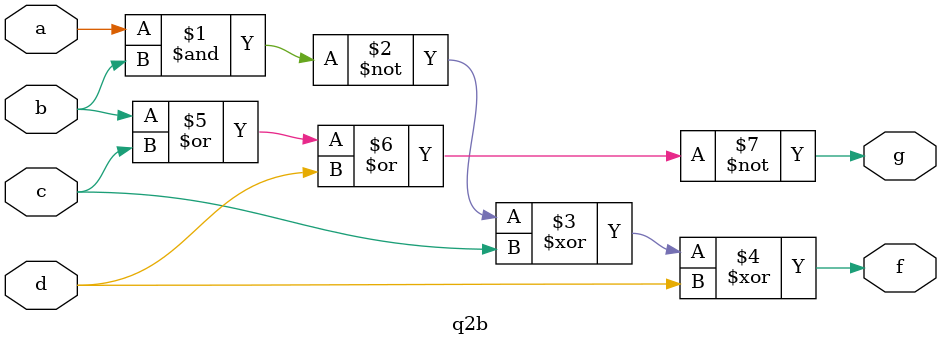
<source format=v>
module q2b(a,b,c,d,f,g);
input a,b,c,d;
output f,g;
assign f=(~(a&b))^c^d;
assign g=~(b|c|d);
endmodule

</source>
